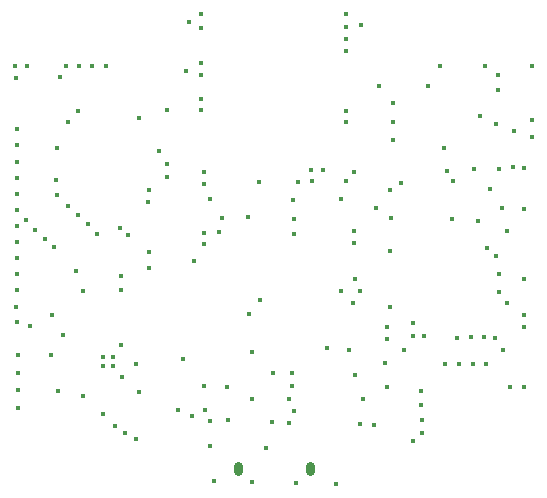
<source format=gbr>
%TF.GenerationSoftware,KiCad,Pcbnew,5.1.5+dfsg1-2~bpo10+1*%
%TF.CreationDate,Date%
%TF.ProjectId,osw,6f73772e-6b69-4636-9164-5f7063625858,1.0*%
%TF.SameCoordinates,Original*%
%TF.FileFunction,Plated,1,4,PTH,Mixed*%
%TF.FilePolarity,Positive*%
%FSLAX46Y46*%
G04 Gerber Fmt 4.6, Leading zero omitted, Abs format (unit mm)*
G04 Created by KiCad*
%MOMM*%
%LPD*%
G04 APERTURE LIST*
%TA.AperFunction,ViaDrill*%
%ADD10C,0.400000*%
%TD*%
G04 aperture for slot hole*
%TA.AperFunction,ComponentDrill*%
%ADD11C,0.750000*%
%TD*%
G04 APERTURE END LIST*
D10*
X138125000Y-94525000D03*
X138176000Y-95504000D03*
X138214100Y-114909600D03*
X138226800Y-99885500D03*
X138226800Y-101247863D03*
X138226800Y-102610226D03*
X138226800Y-103972589D03*
X138226800Y-105334952D03*
X138226800Y-106697315D03*
X138226800Y-108059678D03*
X138226800Y-109422041D03*
X138226800Y-110784404D03*
X138226800Y-112146767D03*
X138226800Y-113509130D03*
X138226800Y-116205000D03*
X138379200Y-118999000D03*
X138379200Y-120523000D03*
X138379200Y-121996200D03*
X138379200Y-123494800D03*
X138988800Y-107556300D03*
X139141200Y-94538800D03*
X139379465Y-116515052D03*
X139814300Y-108381800D03*
X140627100Y-109156500D03*
X141121136Y-118997736D03*
X141224000Y-115595400D03*
X141389100Y-109867700D03*
X141554200Y-104216200D03*
X141617700Y-101447600D03*
X141643100Y-105422700D03*
X141757400Y-122047000D03*
X141859000Y-95453200D03*
X142189200Y-117271800D03*
X142379700Y-94500700D03*
X142557500Y-106362500D03*
X142595600Y-99237800D03*
X143294100Y-111861600D03*
X143383000Y-107099100D03*
X143408400Y-98298000D03*
X143522700Y-94500700D03*
X143814800Y-113550700D03*
X143840200Y-122478800D03*
X144272000Y-107873800D03*
X144576800Y-94500700D03*
X145072100Y-108750100D03*
X145542000Y-123977400D03*
X145567400Y-119151400D03*
X145567400Y-119964200D03*
X145834100Y-94500700D03*
X146380200Y-119151400D03*
X146380200Y-119964200D03*
X146558000Y-125018800D03*
X146939000Y-108254800D03*
X147040600Y-118186200D03*
X147078700Y-113474500D03*
X147091400Y-112318800D03*
X147108574Y-120895774D03*
X147434300Y-125564900D03*
X147650200Y-108839000D03*
X148310600Y-119786400D03*
X148336000Y-126136400D03*
X148551900Y-98933000D03*
X148615400Y-122148600D03*
X149352000Y-106070400D03*
X149453600Y-105003600D03*
X149453600Y-110261400D03*
X149453600Y-111658400D03*
X150253700Y-101714300D03*
X150977600Y-98221800D03*
X150977600Y-102844600D03*
X150977600Y-103898700D03*
X151866600Y-123647200D03*
X152349200Y-119303800D03*
X152603200Y-94945200D03*
X152793700Y-90792300D03*
X153085800Y-124180600D03*
X153263600Y-111023400D03*
X153847800Y-90125000D03*
X153847800Y-91287600D03*
X153847800Y-94259400D03*
X153847800Y-95300800D03*
X153847800Y-97282000D03*
X153847800Y-98247200D03*
X154063700Y-121577100D03*
X154076400Y-103479600D03*
X154099398Y-109623087D03*
X154102110Y-108623089D03*
X154127200Y-104495600D03*
X154216100Y-123659900D03*
X154559000Y-105765001D03*
X154609800Y-126695200D03*
X154635200Y-124612400D03*
X154940000Y-129692400D03*
X155336142Y-108544458D03*
X155587600Y-107391200D03*
X155999000Y-121732000D03*
X156083000Y-124485400D03*
X157810200Y-107340400D03*
X157886400Y-115519200D03*
X158191200Y-118745000D03*
X158191200Y-122706998D03*
X158191200Y-129768600D03*
X158711900Y-104350002D03*
X158800800Y-114300000D03*
X159349999Y-126896865D03*
X159838372Y-124623840D03*
X159969200Y-120497600D03*
X161318496Y-122719989D03*
X161323206Y-124781113D03*
X161569400Y-120523000D03*
X161582100Y-121615200D03*
X161658300Y-105892600D03*
X161696400Y-107467400D03*
X161709100Y-123748800D03*
X161734500Y-108750200D03*
X161874200Y-129819400D03*
X162026600Y-104368600D03*
X163144200Y-103301800D03*
X163258500Y-104267000D03*
X164172900Y-103301800D03*
X164490400Y-118364000D03*
X165277800Y-129895600D03*
X165658800Y-113538000D03*
X165684200Y-105816400D03*
X166090600Y-104292400D03*
X166141400Y-90125000D03*
X166141400Y-91262200D03*
X166141400Y-92278200D03*
X166141400Y-93294200D03*
X166141400Y-98298000D03*
X166141400Y-99263200D03*
X166344600Y-118592600D03*
X166725600Y-114630200D03*
X166801800Y-103517700D03*
X166827200Y-108534200D03*
X166827200Y-109550200D03*
X166852600Y-112572800D03*
X166852600Y-120726200D03*
X167289200Y-113584000D03*
X167309800Y-124815600D03*
X167386000Y-91071700D03*
X167513000Y-122682000D03*
X168452800Y-124942600D03*
X168681400Y-106527600D03*
X168884600Y-96215200D03*
X169443400Y-119684800D03*
X169595800Y-116586000D03*
X169595800Y-117627400D03*
X169621200Y-121691400D03*
X169824400Y-105054400D03*
X169862500Y-114935000D03*
X169875200Y-110185200D03*
X169892624Y-107424576D03*
X170103800Y-100787200D03*
X170116500Y-97675700D03*
X170116500Y-99301300D03*
X170789600Y-104419400D03*
X171018200Y-118592600D03*
X171754800Y-116281200D03*
X171754800Y-117398800D03*
X171754800Y-126238000D03*
X172466000Y-122008900D03*
X172466000Y-123190000D03*
X172567600Y-124536200D03*
X172567600Y-125603000D03*
X172745400Y-117398800D03*
X173050200Y-96215200D03*
X174053500Y-94526100D03*
X174447788Y-101481207D03*
X174523400Y-119761000D03*
X174625000Y-103378000D03*
X175082200Y-107462002D03*
X175190685Y-104267000D03*
X175488600Y-117525800D03*
X175666400Y-119761000D03*
X176695100Y-117500400D03*
X176898300Y-119722900D03*
X176974500Y-103251000D03*
X177317400Y-107619800D03*
X177457100Y-98780600D03*
X177825400Y-117500400D03*
X177914300Y-94526100D03*
X177977800Y-119786400D03*
X178028600Y-109908810D03*
X178333400Y-104978200D03*
X178739800Y-117576600D03*
X178777900Y-110629700D03*
X178816000Y-99466400D03*
X178943000Y-95313500D03*
X178943000Y-96583500D03*
X179031900Y-112128300D03*
X179060300Y-103235300D03*
X179082800Y-113639600D03*
X179298600Y-106565700D03*
X179380560Y-118594144D03*
X179755800Y-108508800D03*
X179767227Y-114632101D03*
X179959000Y-121716800D03*
X180218731Y-103117636D03*
X180340000Y-100012500D03*
X181152800Y-106654600D03*
X181178200Y-112547400D03*
X181216000Y-115616000D03*
X181216000Y-116632000D03*
X181216000Y-121712000D03*
X181218721Y-103122356D03*
X181864000Y-94538800D03*
X181864000Y-99110800D03*
X181875000Y-100558600D03*
D11*
%TO.C,U5*%
X156952000Y-128852000D02*
X156952000Y-128402000D01*
X163048000Y-128852000D02*
X163048000Y-128402000D01*
M02*

</source>
